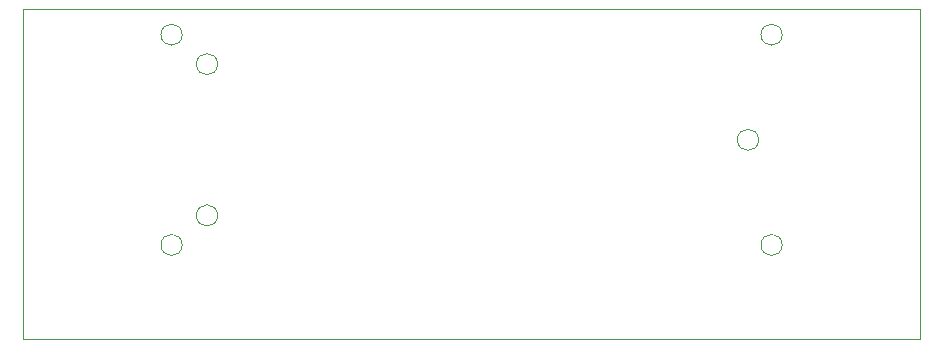
<source format=gbr>
%TF.GenerationSoftware,KiCad,Pcbnew,(5.1.7)-1*%
%TF.CreationDate,2021-08-17T00:51:46+02:00*%
%TF.ProjectId,saba_az553,73616261-5f61-47a3-9535-332e6b696361,rev?*%
%TF.SameCoordinates,Original*%
%TF.FileFunction,Profile,NP*%
%FSLAX46Y46*%
G04 Gerber Fmt 4.6, Leading zero omitted, Abs format (unit mm)*
G04 Created by KiCad (PCBNEW (5.1.7)-1) date 2021-08-17 00:51:46*
%MOMM*%
%LPD*%
G01*
G04 APERTURE LIST*
%TA.AperFunction,Profile*%
%ADD10C,0.050000*%
%TD*%
G04 APERTURE END LIST*
D10*
X82300000Y-31100000D02*
G75*
G03*
X82300000Y-31100000I-900000J0D01*
G01*
X84300000Y-40000000D02*
G75*
G03*
X84300000Y-40000000I-900000J0D01*
G01*
X84300000Y-22200000D02*
G75*
G03*
X84300000Y-22200000I-900000J0D01*
G01*
X33500000Y-40000000D02*
G75*
G03*
X33500000Y-40000000I-900000J0D01*
G01*
X36500000Y-37500000D02*
G75*
G03*
X36500000Y-37500000I-900000J0D01*
G01*
X36500000Y-24700000D02*
G75*
G03*
X36500000Y-24700000I-900000J0D01*
G01*
X33500000Y-22200000D02*
G75*
G03*
X33500000Y-22200000I-900000J0D01*
G01*
X96000000Y-20000000D02*
X96000000Y-48000000D01*
X20000000Y-48000000D02*
X96000000Y-48000000D01*
X20000000Y-20000000D02*
X20000000Y-48000000D01*
X20000000Y-20000000D02*
X96000000Y-20000000D01*
M02*

</source>
